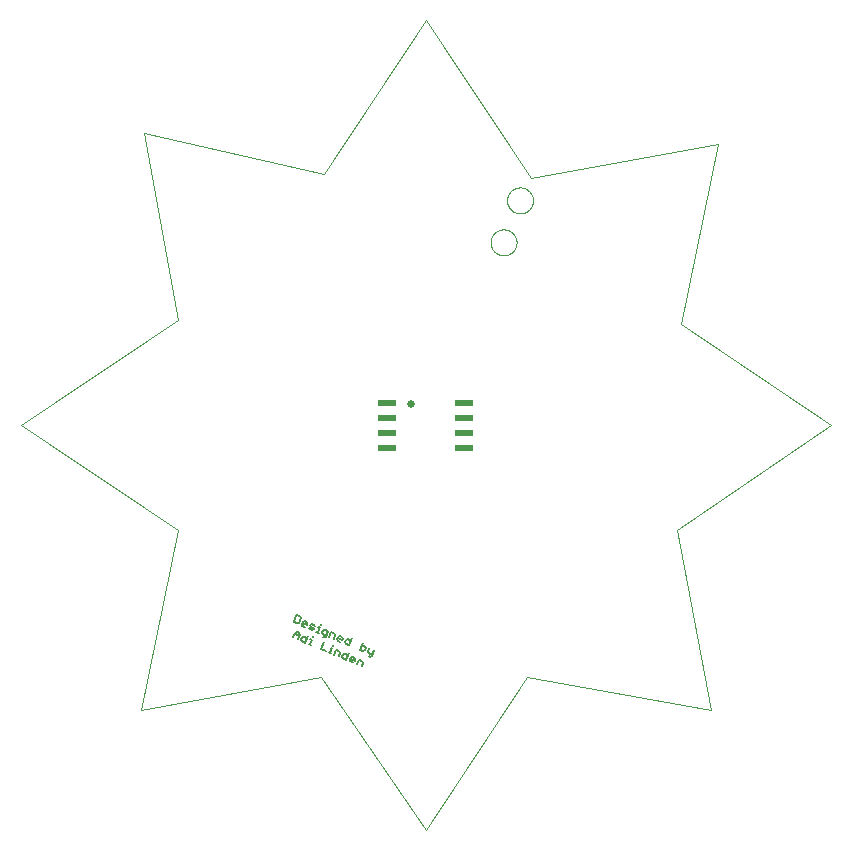
<source format=gto>
G75*
%MOIN*%
%OFA0B0*%
%FSLAX25Y25*%
%IPPOS*%
%LPD*%
%AMOC8*
5,1,8,0,0,1.08239X$1,22.5*
%
%ADD10C,0.00200*%
%ADD11C,0.00000*%
%ADD12C,0.00500*%
%ADD13C,0.02500*%
%ADD14R,0.05984X0.01930*%
D10*
X0041350Y0042100D02*
X0101350Y0053350D01*
X0136350Y0002100D01*
X0170100Y0053350D01*
X0231350Y0042100D01*
X0220100Y0102100D01*
X0271350Y0137100D01*
X0221350Y0170850D01*
X0233850Y0230850D01*
X0171350Y0219600D01*
X0136350Y0272100D01*
X0102600Y0220850D01*
X0042600Y0234600D01*
X0053850Y0172100D01*
X0001350Y0137100D01*
X0053850Y0102100D01*
X0041350Y0042100D01*
D11*
X0158019Y0198100D02*
X0158021Y0198231D01*
X0158027Y0198363D01*
X0158037Y0198494D01*
X0158051Y0198625D01*
X0158069Y0198755D01*
X0158091Y0198884D01*
X0158116Y0199013D01*
X0158146Y0199141D01*
X0158180Y0199268D01*
X0158217Y0199395D01*
X0158258Y0199519D01*
X0158303Y0199643D01*
X0158352Y0199765D01*
X0158404Y0199886D01*
X0158460Y0200004D01*
X0158520Y0200122D01*
X0158583Y0200237D01*
X0158650Y0200350D01*
X0158720Y0200462D01*
X0158793Y0200571D01*
X0158869Y0200677D01*
X0158949Y0200782D01*
X0159032Y0200884D01*
X0159118Y0200983D01*
X0159207Y0201080D01*
X0159299Y0201174D01*
X0159394Y0201265D01*
X0159491Y0201354D01*
X0159591Y0201439D01*
X0159694Y0201521D01*
X0159799Y0201600D01*
X0159906Y0201676D01*
X0160016Y0201748D01*
X0160128Y0201817D01*
X0160242Y0201883D01*
X0160357Y0201945D01*
X0160475Y0202004D01*
X0160594Y0202059D01*
X0160715Y0202111D01*
X0160838Y0202158D01*
X0160962Y0202202D01*
X0161087Y0202243D01*
X0161213Y0202279D01*
X0161341Y0202312D01*
X0161469Y0202340D01*
X0161598Y0202365D01*
X0161728Y0202386D01*
X0161858Y0202403D01*
X0161989Y0202416D01*
X0162120Y0202425D01*
X0162251Y0202430D01*
X0162383Y0202431D01*
X0162514Y0202428D01*
X0162646Y0202421D01*
X0162777Y0202410D01*
X0162907Y0202395D01*
X0163037Y0202376D01*
X0163167Y0202353D01*
X0163295Y0202327D01*
X0163423Y0202296D01*
X0163550Y0202261D01*
X0163676Y0202223D01*
X0163800Y0202181D01*
X0163924Y0202135D01*
X0164045Y0202085D01*
X0164165Y0202032D01*
X0164284Y0201975D01*
X0164401Y0201915D01*
X0164515Y0201851D01*
X0164628Y0201783D01*
X0164739Y0201712D01*
X0164848Y0201638D01*
X0164954Y0201561D01*
X0165058Y0201480D01*
X0165159Y0201397D01*
X0165258Y0201310D01*
X0165354Y0201220D01*
X0165447Y0201127D01*
X0165538Y0201032D01*
X0165625Y0200934D01*
X0165710Y0200833D01*
X0165791Y0200730D01*
X0165869Y0200624D01*
X0165944Y0200516D01*
X0166016Y0200406D01*
X0166084Y0200294D01*
X0166149Y0200180D01*
X0166210Y0200063D01*
X0166268Y0199945D01*
X0166322Y0199825D01*
X0166373Y0199704D01*
X0166420Y0199581D01*
X0166463Y0199457D01*
X0166502Y0199332D01*
X0166538Y0199205D01*
X0166569Y0199077D01*
X0166597Y0198949D01*
X0166621Y0198820D01*
X0166641Y0198690D01*
X0166657Y0198559D01*
X0166669Y0198428D01*
X0166677Y0198297D01*
X0166681Y0198166D01*
X0166681Y0198034D01*
X0166677Y0197903D01*
X0166669Y0197772D01*
X0166657Y0197641D01*
X0166641Y0197510D01*
X0166621Y0197380D01*
X0166597Y0197251D01*
X0166569Y0197123D01*
X0166538Y0196995D01*
X0166502Y0196868D01*
X0166463Y0196743D01*
X0166420Y0196619D01*
X0166373Y0196496D01*
X0166322Y0196375D01*
X0166268Y0196255D01*
X0166210Y0196137D01*
X0166149Y0196020D01*
X0166084Y0195906D01*
X0166016Y0195794D01*
X0165944Y0195684D01*
X0165869Y0195576D01*
X0165791Y0195470D01*
X0165710Y0195367D01*
X0165625Y0195266D01*
X0165538Y0195168D01*
X0165447Y0195073D01*
X0165354Y0194980D01*
X0165258Y0194890D01*
X0165159Y0194803D01*
X0165058Y0194720D01*
X0164954Y0194639D01*
X0164848Y0194562D01*
X0164739Y0194488D01*
X0164628Y0194417D01*
X0164516Y0194349D01*
X0164401Y0194285D01*
X0164284Y0194225D01*
X0164165Y0194168D01*
X0164045Y0194115D01*
X0163924Y0194065D01*
X0163800Y0194019D01*
X0163676Y0193977D01*
X0163550Y0193939D01*
X0163423Y0193904D01*
X0163295Y0193873D01*
X0163167Y0193847D01*
X0163037Y0193824D01*
X0162907Y0193805D01*
X0162777Y0193790D01*
X0162646Y0193779D01*
X0162514Y0193772D01*
X0162383Y0193769D01*
X0162251Y0193770D01*
X0162120Y0193775D01*
X0161989Y0193784D01*
X0161858Y0193797D01*
X0161728Y0193814D01*
X0161598Y0193835D01*
X0161469Y0193860D01*
X0161341Y0193888D01*
X0161213Y0193921D01*
X0161087Y0193957D01*
X0160962Y0193998D01*
X0160838Y0194042D01*
X0160715Y0194089D01*
X0160594Y0194141D01*
X0160475Y0194196D01*
X0160357Y0194255D01*
X0160242Y0194317D01*
X0160128Y0194383D01*
X0160016Y0194452D01*
X0159906Y0194524D01*
X0159799Y0194600D01*
X0159694Y0194679D01*
X0159591Y0194761D01*
X0159491Y0194846D01*
X0159394Y0194935D01*
X0159299Y0195026D01*
X0159207Y0195120D01*
X0159118Y0195217D01*
X0159032Y0195316D01*
X0158949Y0195418D01*
X0158869Y0195523D01*
X0158793Y0195629D01*
X0158720Y0195738D01*
X0158650Y0195850D01*
X0158583Y0195963D01*
X0158520Y0196078D01*
X0158460Y0196196D01*
X0158404Y0196314D01*
X0158352Y0196435D01*
X0158303Y0196557D01*
X0158258Y0196681D01*
X0158217Y0196805D01*
X0158180Y0196932D01*
X0158146Y0197059D01*
X0158116Y0197187D01*
X0158091Y0197316D01*
X0158069Y0197445D01*
X0158051Y0197575D01*
X0158037Y0197706D01*
X0158027Y0197837D01*
X0158021Y0197969D01*
X0158019Y0198100D01*
X0163519Y0212100D02*
X0163521Y0212231D01*
X0163527Y0212363D01*
X0163537Y0212494D01*
X0163551Y0212625D01*
X0163569Y0212755D01*
X0163591Y0212884D01*
X0163616Y0213013D01*
X0163646Y0213141D01*
X0163680Y0213268D01*
X0163717Y0213395D01*
X0163758Y0213519D01*
X0163803Y0213643D01*
X0163852Y0213765D01*
X0163904Y0213886D01*
X0163960Y0214004D01*
X0164020Y0214122D01*
X0164083Y0214237D01*
X0164150Y0214350D01*
X0164220Y0214462D01*
X0164293Y0214571D01*
X0164369Y0214677D01*
X0164449Y0214782D01*
X0164532Y0214884D01*
X0164618Y0214983D01*
X0164707Y0215080D01*
X0164799Y0215174D01*
X0164894Y0215265D01*
X0164991Y0215354D01*
X0165091Y0215439D01*
X0165194Y0215521D01*
X0165299Y0215600D01*
X0165406Y0215676D01*
X0165516Y0215748D01*
X0165628Y0215817D01*
X0165742Y0215883D01*
X0165857Y0215945D01*
X0165975Y0216004D01*
X0166094Y0216059D01*
X0166215Y0216111D01*
X0166338Y0216158D01*
X0166462Y0216202D01*
X0166587Y0216243D01*
X0166713Y0216279D01*
X0166841Y0216312D01*
X0166969Y0216340D01*
X0167098Y0216365D01*
X0167228Y0216386D01*
X0167358Y0216403D01*
X0167489Y0216416D01*
X0167620Y0216425D01*
X0167751Y0216430D01*
X0167883Y0216431D01*
X0168014Y0216428D01*
X0168146Y0216421D01*
X0168277Y0216410D01*
X0168407Y0216395D01*
X0168537Y0216376D01*
X0168667Y0216353D01*
X0168795Y0216327D01*
X0168923Y0216296D01*
X0169050Y0216261D01*
X0169176Y0216223D01*
X0169300Y0216181D01*
X0169424Y0216135D01*
X0169545Y0216085D01*
X0169665Y0216032D01*
X0169784Y0215975D01*
X0169901Y0215915D01*
X0170015Y0215851D01*
X0170128Y0215783D01*
X0170239Y0215712D01*
X0170348Y0215638D01*
X0170454Y0215561D01*
X0170558Y0215480D01*
X0170659Y0215397D01*
X0170758Y0215310D01*
X0170854Y0215220D01*
X0170947Y0215127D01*
X0171038Y0215032D01*
X0171125Y0214934D01*
X0171210Y0214833D01*
X0171291Y0214730D01*
X0171369Y0214624D01*
X0171444Y0214516D01*
X0171516Y0214406D01*
X0171584Y0214294D01*
X0171649Y0214180D01*
X0171710Y0214063D01*
X0171768Y0213945D01*
X0171822Y0213825D01*
X0171873Y0213704D01*
X0171920Y0213581D01*
X0171963Y0213457D01*
X0172002Y0213332D01*
X0172038Y0213205D01*
X0172069Y0213077D01*
X0172097Y0212949D01*
X0172121Y0212820D01*
X0172141Y0212690D01*
X0172157Y0212559D01*
X0172169Y0212428D01*
X0172177Y0212297D01*
X0172181Y0212166D01*
X0172181Y0212034D01*
X0172177Y0211903D01*
X0172169Y0211772D01*
X0172157Y0211641D01*
X0172141Y0211510D01*
X0172121Y0211380D01*
X0172097Y0211251D01*
X0172069Y0211123D01*
X0172038Y0210995D01*
X0172002Y0210868D01*
X0171963Y0210743D01*
X0171920Y0210619D01*
X0171873Y0210496D01*
X0171822Y0210375D01*
X0171768Y0210255D01*
X0171710Y0210137D01*
X0171649Y0210020D01*
X0171584Y0209906D01*
X0171516Y0209794D01*
X0171444Y0209684D01*
X0171369Y0209576D01*
X0171291Y0209470D01*
X0171210Y0209367D01*
X0171125Y0209266D01*
X0171038Y0209168D01*
X0170947Y0209073D01*
X0170854Y0208980D01*
X0170758Y0208890D01*
X0170659Y0208803D01*
X0170558Y0208720D01*
X0170454Y0208639D01*
X0170348Y0208562D01*
X0170239Y0208488D01*
X0170128Y0208417D01*
X0170016Y0208349D01*
X0169901Y0208285D01*
X0169784Y0208225D01*
X0169665Y0208168D01*
X0169545Y0208115D01*
X0169424Y0208065D01*
X0169300Y0208019D01*
X0169176Y0207977D01*
X0169050Y0207939D01*
X0168923Y0207904D01*
X0168795Y0207873D01*
X0168667Y0207847D01*
X0168537Y0207824D01*
X0168407Y0207805D01*
X0168277Y0207790D01*
X0168146Y0207779D01*
X0168014Y0207772D01*
X0167883Y0207769D01*
X0167751Y0207770D01*
X0167620Y0207775D01*
X0167489Y0207784D01*
X0167358Y0207797D01*
X0167228Y0207814D01*
X0167098Y0207835D01*
X0166969Y0207860D01*
X0166841Y0207888D01*
X0166713Y0207921D01*
X0166587Y0207957D01*
X0166462Y0207998D01*
X0166338Y0208042D01*
X0166215Y0208089D01*
X0166094Y0208141D01*
X0165975Y0208196D01*
X0165857Y0208255D01*
X0165742Y0208317D01*
X0165628Y0208383D01*
X0165516Y0208452D01*
X0165406Y0208524D01*
X0165299Y0208600D01*
X0165194Y0208679D01*
X0165091Y0208761D01*
X0164991Y0208846D01*
X0164894Y0208935D01*
X0164799Y0209026D01*
X0164707Y0209120D01*
X0164618Y0209217D01*
X0164532Y0209316D01*
X0164449Y0209418D01*
X0164369Y0209523D01*
X0164293Y0209629D01*
X0164220Y0209738D01*
X0164150Y0209850D01*
X0164083Y0209963D01*
X0164020Y0210078D01*
X0163960Y0210196D01*
X0163904Y0210314D01*
X0163852Y0210435D01*
X0163803Y0210557D01*
X0163758Y0210681D01*
X0163717Y0210805D01*
X0163680Y0210932D01*
X0163646Y0211059D01*
X0163616Y0211187D01*
X0163591Y0211316D01*
X0163569Y0211445D01*
X0163551Y0211575D01*
X0163537Y0211706D01*
X0163527Y0211837D01*
X0163521Y0211969D01*
X0163519Y0212100D01*
D12*
X0094456Y0073413D02*
X0093302Y0073896D01*
X0092337Y0071587D01*
X0093491Y0071105D01*
X0094036Y0071328D01*
X0094680Y0072867D01*
X0094456Y0073413D01*
X0095368Y0071675D02*
X0095913Y0071899D01*
X0096683Y0071577D01*
X0096907Y0071032D01*
X0096746Y0070647D01*
X0095207Y0071291D01*
X0095368Y0071675D02*
X0095046Y0070906D01*
X0095270Y0070360D01*
X0096039Y0070039D01*
X0097433Y0069455D02*
X0098587Y0068972D01*
X0099133Y0069196D01*
X0098909Y0069742D01*
X0098140Y0070064D01*
X0097916Y0070609D01*
X0098462Y0070833D01*
X0099616Y0070350D01*
X0100625Y0069928D02*
X0101010Y0069767D01*
X0100366Y0068228D01*
X0099982Y0068389D02*
X0100751Y0068067D01*
X0101842Y0068063D02*
X0102163Y0068833D01*
X0102709Y0069057D01*
X0103863Y0068574D01*
X0103059Y0066650D01*
X0102513Y0066426D01*
X0102128Y0066587D01*
X0102065Y0067518D02*
X0103220Y0067035D01*
X0104229Y0066613D02*
X0104873Y0068151D01*
X0106027Y0067669D01*
X0106251Y0067123D01*
X0105768Y0065969D01*
X0106938Y0065931D02*
X0107162Y0065386D01*
X0107932Y0065064D01*
X0108638Y0065672D02*
X0107099Y0066316D01*
X0106938Y0065931D02*
X0107260Y0066701D01*
X0107806Y0066924D01*
X0108575Y0066603D01*
X0108799Y0066057D01*
X0108638Y0065672D01*
X0109487Y0064865D02*
X0109809Y0065635D01*
X0110354Y0065858D01*
X0111508Y0065376D01*
X0111830Y0066145D02*
X0110865Y0063837D01*
X0109710Y0064320D01*
X0109487Y0064865D01*
X0107624Y0061787D02*
X0107847Y0061241D01*
X0107365Y0060087D01*
X0108535Y0060049D02*
X0108857Y0060819D01*
X0109403Y0061042D01*
X0110557Y0060560D01*
X0110879Y0061329D02*
X0109913Y0059021D01*
X0108759Y0059504D01*
X0108535Y0060049D01*
X0107624Y0061787D02*
X0106469Y0062269D01*
X0105826Y0060731D01*
X0104896Y0061119D02*
X0104127Y0061441D01*
X0104512Y0061280D02*
X0105155Y0062819D01*
X0104771Y0062980D01*
X0105477Y0063589D02*
X0105638Y0063973D01*
X0102544Y0064816D02*
X0101578Y0062507D01*
X0103117Y0061864D01*
X0098101Y0063962D02*
X0097331Y0064284D01*
X0097716Y0064123D02*
X0098360Y0065662D01*
X0097975Y0065823D01*
X0098681Y0066431D02*
X0098842Y0066816D01*
X0097287Y0067015D02*
X0096322Y0064706D01*
X0095168Y0065189D01*
X0094944Y0065735D01*
X0095266Y0066504D01*
X0095811Y0066728D01*
X0096965Y0066245D01*
X0094417Y0067311D02*
X0093773Y0065772D01*
X0094256Y0066926D02*
X0092717Y0067570D01*
X0092878Y0067955D02*
X0093969Y0068402D01*
X0094417Y0067311D01*
X0092878Y0067955D02*
X0092234Y0066416D01*
X0101842Y0068063D02*
X0102065Y0067518D01*
X0101332Y0070537D02*
X0101493Y0070921D01*
X0111405Y0059753D02*
X0111951Y0059976D01*
X0112720Y0059655D01*
X0112944Y0059109D01*
X0112783Y0058724D01*
X0111244Y0059368D01*
X0111083Y0058983D02*
X0111405Y0059753D01*
X0111083Y0058983D02*
X0111307Y0058438D01*
X0112077Y0058116D01*
X0113471Y0057532D02*
X0114115Y0059071D01*
X0115269Y0058589D01*
X0115493Y0058043D01*
X0115010Y0056889D01*
X0117418Y0060191D02*
X0117803Y0060030D01*
X0118349Y0060254D01*
X0119153Y0062178D01*
X0117615Y0062821D02*
X0117132Y0061667D01*
X0117356Y0061122D01*
X0118510Y0060639D01*
X0116122Y0062089D02*
X0116444Y0062859D01*
X0116220Y0063405D01*
X0115066Y0063887D01*
X0115388Y0064657D02*
X0114422Y0062348D01*
X0115577Y0061866D01*
X0116122Y0062089D01*
D13*
X0131350Y0144100D03*
D14*
X0123397Y0144600D03*
X0123397Y0139600D03*
X0123397Y0134600D03*
X0123397Y0129600D03*
X0149303Y0129600D03*
X0149303Y0134600D03*
X0149303Y0139600D03*
X0149303Y0144600D03*
M02*

</source>
